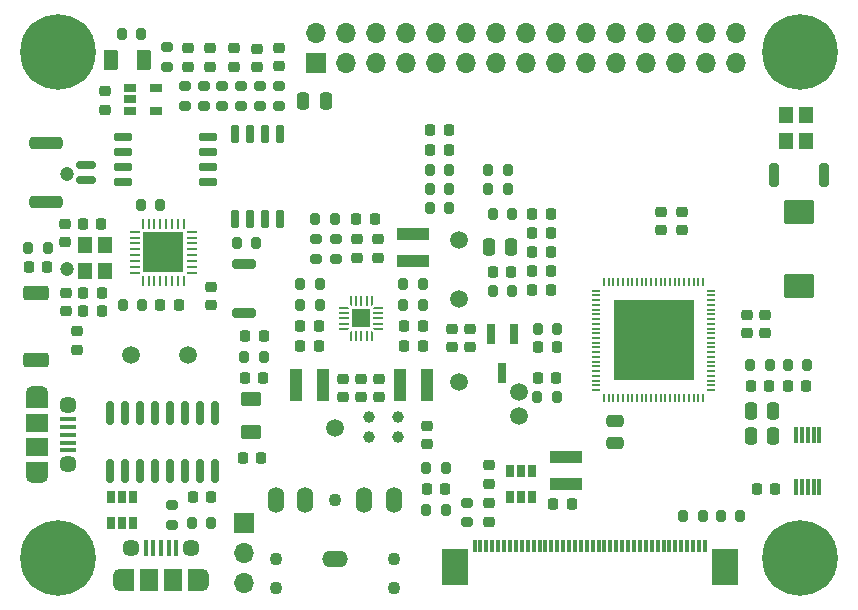
<source format=gbr>
%TF.GenerationSoftware,KiCad,Pcbnew,(5.99.0-8778-g8571687f51)*%
%TF.CreationDate,2021-02-03T12:08:05+08:00*%
%TF.ProjectId,lightboard-zero,6c696768-7462-46f6-9172-642d7a65726f,rev?*%
%TF.SameCoordinates,Original*%
%TF.FileFunction,Soldermask,Top*%
%TF.FilePolarity,Negative*%
%FSLAX46Y46*%
G04 Gerber Fmt 4.6, Leading zero omitted, Abs format (unit mm)*
G04 Created by KiCad (PCBNEW (5.99.0-8778-g8571687f51)) date 2021-02-03 12:08:05*
%MOMM*%
%LPD*%
G01*
G04 APERTURE LIST*
G04 Aperture macros list*
%AMRoundRect*
0 Rectangle with rounded corners*
0 $1 Rounding radius*
0 $2 $3 $4 $5 $6 $7 $8 $9 X,Y pos of 4 corners*
0 Add a 4 corners polygon primitive as box body*
4,1,4,$2,$3,$4,$5,$6,$7,$8,$9,$2,$3,0*
0 Add four circle primitives for the rounded corners*
1,1,$1+$1,$2,$3*
1,1,$1+$1,$4,$5*
1,1,$1+$1,$6,$7*
1,1,$1+$1,$8,$9*
0 Add four rect primitives between the rounded corners*
20,1,$1+$1,$2,$3,$4,$5,0*
20,1,$1+$1,$4,$5,$6,$7,0*
20,1,$1+$1,$6,$7,$8,$9,0*
20,1,$1+$1,$8,$9,$2,$3,0*%
%AMFreePoly0*
4,1,14,0.289644,0.110355,0.410355,-0.010356,0.425000,-0.045711,0.425000,-0.075000,0.410355,-0.110355,0.375000,-0.125000,-0.375000,-0.125000,-0.410355,-0.110355,-0.425000,-0.075000,-0.425000,0.075000,-0.410355,0.110355,-0.375000,0.125000,0.254289,0.125000,0.289644,0.110355,0.289644,0.110355,$1*%
%AMFreePoly1*
4,1,15,0.410355,0.110355,0.425000,0.075000,0.425000,0.045711,0.416421,0.025000,0.410355,0.010356,0.289644,-0.110355,0.254289,-0.125000,-0.375000,-0.125000,-0.410355,-0.110355,-0.425000,-0.075000,-0.425000,0.075000,-0.410355,0.110355,-0.375000,0.125000,0.375000,0.125000,0.410355,0.110355,0.410355,0.110355,$1*%
%AMFreePoly2*
4,1,14,0.110355,0.410355,0.125000,0.375000,0.125000,-0.375000,0.110355,-0.410355,0.075000,-0.425000,-0.075000,-0.425000,-0.110355,-0.410355,-0.125000,-0.375000,-0.125000,0.254289,-0.110355,0.289644,0.010356,0.410355,0.045711,0.425000,0.075000,0.425000,0.110355,0.410355,0.110355,0.410355,$1*%
%AMFreePoly3*
4,1,14,-0.010356,0.410355,0.110355,0.289644,0.125000,0.254289,0.125000,-0.375000,0.110355,-0.410355,0.075000,-0.425000,-0.075000,-0.425000,-0.110355,-0.410355,-0.125000,-0.375000,-0.125000,0.375000,-0.110355,0.410355,-0.075000,0.425000,-0.045711,0.425000,-0.010356,0.410355,-0.010356,0.410355,$1*%
%AMFreePoly4*
4,1,14,0.410355,0.110355,0.425000,0.075000,0.425000,-0.075000,0.410355,-0.110355,0.375000,-0.125000,-0.254289,-0.125000,-0.289644,-0.110355,-0.410355,0.010356,-0.425000,0.045711,-0.425000,0.075000,-0.410355,0.110355,-0.375000,0.125000,0.375000,0.125000,0.410355,0.110355,0.410355,0.110355,$1*%
%AMFreePoly5*
4,1,14,0.410355,0.110355,0.425000,0.075000,0.425000,-0.075000,0.410355,-0.110355,0.375000,-0.125000,-0.375000,-0.125000,-0.410355,-0.110355,-0.425000,-0.075000,-0.425000,-0.045711,-0.410355,-0.010356,-0.289644,0.110355,-0.254289,0.125000,0.375000,0.125000,0.410355,0.110355,0.410355,0.110355,$1*%
%AMFreePoly6*
4,1,14,0.110355,0.410355,0.125000,0.375000,0.125000,-0.254289,0.110355,-0.289644,-0.010356,-0.410355,-0.045711,-0.425000,-0.075000,-0.425000,-0.110355,-0.410355,-0.125000,-0.375000,-0.125000,0.375000,-0.110355,0.410355,-0.075000,0.425000,0.075000,0.425000,0.110355,0.410355,0.110355,0.410355,$1*%
%AMFreePoly7*
4,1,14,0.110355,0.410355,0.125000,0.375000,0.125000,-0.375000,0.110355,-0.410355,0.075000,-0.425000,0.045711,-0.425000,0.010356,-0.410355,-0.110355,-0.289644,-0.125000,-0.254289,-0.125000,0.375000,-0.110355,0.410355,-0.075000,0.425000,0.075000,0.425000,0.110355,0.410355,0.110355,0.410355,$1*%
G04 Aperture macros list end*
%ADD10R,0.300000X1.100000*%
%ADD11R,2.300000X3.100000*%
%ADD12C,0.800000*%
%ADD13C,6.400000*%
%ADD14RoundRect,0.200000X0.200000X0.275000X-0.200000X0.275000X-0.200000X-0.275000X0.200000X-0.275000X0*%
%ADD15RoundRect,0.200000X-0.275000X0.200000X-0.275000X-0.200000X0.275000X-0.200000X0.275000X0.200000X0*%
%ADD16RoundRect,0.225000X0.250000X-0.225000X0.250000X0.225000X-0.250000X0.225000X-0.250000X-0.225000X0*%
%ADD17RoundRect,0.225000X-0.250000X0.225000X-0.250000X-0.225000X0.250000X-0.225000X0.250000X0.225000X0*%
%ADD18RoundRect,0.218750X-0.256250X0.218750X-0.256250X-0.218750X0.256250X-0.218750X0.256250X0.218750X0*%
%ADD19RoundRect,0.225000X0.225000X0.250000X-0.225000X0.250000X-0.225000X-0.250000X0.225000X-0.250000X0*%
%ADD20RoundRect,0.225000X-0.225000X-0.250000X0.225000X-0.250000X0.225000X0.250000X-0.225000X0.250000X0*%
%ADD21RoundRect,0.218750X0.256250X-0.218750X0.256250X0.218750X-0.256250X0.218750X-0.256250X-0.218750X0*%
%ADD22C,1.500000*%
%ADD23RoundRect,0.250000X1.025000X-0.787500X1.025000X0.787500X-1.025000X0.787500X-1.025000X-0.787500X0*%
%ADD24RoundRect,0.250000X-0.250000X-0.475000X0.250000X-0.475000X0.250000X0.475000X-0.250000X0.475000X0*%
%ADD25R,0.400000X1.350000*%
%ADD26R,1.200000X1.900000*%
%ADD27O,1.200000X1.900000*%
%ADD28R,1.500000X1.900000*%
%ADD29C,1.450000*%
%ADD30RoundRect,0.200000X-0.200000X-0.275000X0.200000X-0.275000X0.200000X0.275000X-0.200000X0.275000X0*%
%ADD31RoundRect,0.249999X0.850001X-0.350001X0.850001X0.350001X-0.850001X0.350001X-0.850001X-0.350001X0*%
%ADD32R,0.650000X1.060000*%
%ADD33R,0.800000X1.800000*%
%ADD34RoundRect,0.200000X0.275000X-0.200000X0.275000X0.200000X-0.275000X0.200000X-0.275000X-0.200000X0*%
%ADD35RoundRect,0.150000X0.150000X-0.650000X0.150000X0.650000X-0.150000X0.650000X-0.150000X-0.650000X0*%
%ADD36R,2.750000X1.000000*%
%ADD37RoundRect,0.150000X-0.150000X0.825000X-0.150000X-0.825000X0.150000X-0.825000X0.150000X0.825000X0*%
%ADD38C,1.100023*%
%ADD39O,2.199996X1.399997*%
%ADD40O,1.399997X2.199996*%
%ADD41R,1.200000X1.400000*%
%ADD42RoundRect,0.200000X0.800000X-0.200000X0.800000X0.200000X-0.800000X0.200000X-0.800000X-0.200000X0*%
%ADD43R,1.700000X1.700000*%
%ADD44O,1.700000X1.700000*%
%ADD45C,0.999998*%
%ADD46RoundRect,0.200000X0.200000X0.800000X-0.200000X0.800000X-0.200000X-0.800000X0.200000X-0.800000X0*%
%ADD47R,1.060000X0.650000*%
%ADD48R,0.300000X1.400000*%
%ADD49RoundRect,0.218750X-0.218750X-0.256250X0.218750X-0.256250X0.218750X0.256250X-0.218750X0.256250X0*%
%ADD50R,1.000000X2.750000*%
%ADD51RoundRect,0.250000X0.375000X0.625000X-0.375000X0.625000X-0.375000X-0.625000X0.375000X-0.625000X0*%
%ADD52FreePoly0,0.000000*%
%ADD53RoundRect,0.062500X-0.362500X-0.062500X0.362500X-0.062500X0.362500X0.062500X-0.362500X0.062500X0*%
%ADD54FreePoly1,0.000000*%
%ADD55FreePoly2,0.000000*%
%ADD56RoundRect,0.062500X-0.062500X-0.362500X0.062500X-0.362500X0.062500X0.362500X-0.062500X0.362500X0*%
%ADD57FreePoly3,0.000000*%
%ADD58FreePoly4,0.000000*%
%ADD59FreePoly5,0.000000*%
%ADD60FreePoly6,0.000000*%
%ADD61FreePoly7,0.000000*%
%ADD62R,1.600000X1.600000*%
%ADD63O,0.200000X0.800000*%
%ADD64O,0.800000X0.200000*%
%ADD65R,6.840000X6.840000*%
%ADD66RoundRect,0.150000X0.650000X0.150000X-0.650000X0.150000X-0.650000X-0.150000X0.650000X-0.150000X0*%
%ADD67RoundRect,0.062500X0.062500X-0.375000X0.062500X0.375000X-0.062500X0.375000X-0.062500X-0.375000X0*%
%ADD68RoundRect,0.062500X0.375000X-0.062500X0.375000X0.062500X-0.375000X0.062500X-0.375000X-0.062500X0*%
%ADD69R,3.450000X3.450000*%
%ADD70RoundRect,0.250000X-0.625000X0.375000X-0.625000X-0.375000X0.625000X-0.375000X0.625000X0.375000X0*%
%ADD71RoundRect,0.150000X0.700000X-0.150000X0.700000X0.150000X-0.700000X0.150000X-0.700000X-0.150000X0*%
%ADD72RoundRect,0.250000X1.150000X-0.250000X1.150000X0.250000X-1.150000X0.250000X-1.150000X-0.250000X0*%
%ADD73R,1.350000X0.400000*%
%ADD74O,1.900000X1.200000*%
%ADD75R,1.900000X1.200000*%
%ADD76R,1.900000X1.500000*%
%ADD77RoundRect,0.250000X-0.475000X0.250000X-0.475000X-0.250000X0.475000X-0.250000X0.475000X0.250000X0*%
%ADD78C,1.200000*%
G04 APERTURE END LIST*
D10*
%TO.C,J4*%
X38850000Y-45450000D03*
X39350000Y-45450000D03*
X39850000Y-45450000D03*
X40350000Y-45450000D03*
X40850000Y-45450000D03*
X41350000Y-45450000D03*
X41850000Y-45450000D03*
X42350000Y-45450000D03*
X42850000Y-45450000D03*
X43350000Y-45450000D03*
X43850000Y-45450000D03*
X44350000Y-45450000D03*
X44850000Y-45450000D03*
X45350000Y-45450000D03*
X45850000Y-45450000D03*
X46350000Y-45450000D03*
X46850000Y-45450000D03*
X47350000Y-45450000D03*
X47850000Y-45450000D03*
X48350000Y-45450000D03*
X48850000Y-45450000D03*
X49350000Y-45450000D03*
X49850000Y-45450000D03*
X50350000Y-45450000D03*
X50850000Y-45450000D03*
X51350000Y-45450000D03*
X51850000Y-45450000D03*
X52350000Y-45450000D03*
X52850000Y-45450000D03*
X53350000Y-45450000D03*
X53850000Y-45450000D03*
X54350000Y-45450000D03*
X54850000Y-45450000D03*
X55350000Y-45450000D03*
X55850000Y-45450000D03*
X56350000Y-45450000D03*
X56850000Y-45450000D03*
X57350000Y-45450000D03*
X57850000Y-45450000D03*
X58350000Y-45450000D03*
D11*
X60020000Y-47150000D03*
X37180000Y-47150000D03*
%TD*%
D12*
%TO.C,H3*%
X5297056Y-1902944D03*
D13*
X3600000Y-3600000D03*
D12*
X1902944Y-5297056D03*
X1902944Y-1902944D03*
X3600000Y-1200000D03*
X3600000Y-6000000D03*
X5297056Y-5297056D03*
X6000000Y-3600000D03*
X1200000Y-3600000D03*
%TD*%
D14*
%TO.C,R36*%
X2725000Y-20200000D03*
X1075000Y-20200000D03*
%TD*%
D15*
%TO.C,R38*%
X13250000Y-41950000D03*
X13250000Y-43600000D03*
%TD*%
D16*
%TO.C,C2*%
X54600000Y-18650000D03*
X54600000Y-17100000D03*
%TD*%
D14*
%TO.C,R37*%
X16550000Y-43500000D03*
X14900000Y-43500000D03*
%TD*%
D16*
%TO.C,C45*%
X7600000Y-8475000D03*
X7600000Y-6925000D03*
%TD*%
D17*
%TO.C,C9*%
X38500000Y-27025000D03*
X38500000Y-28575000D03*
%TD*%
D18*
%TO.C,D6*%
X16450000Y-3275000D03*
X16450000Y-4850000D03*
%TD*%
D19*
%TO.C,C42*%
X7275000Y-25500000D03*
X5725000Y-25500000D03*
%TD*%
D20*
%TO.C,C40*%
X19225000Y-38000000D03*
X20775000Y-38000000D03*
%TD*%
D21*
%TO.C,D1*%
X40050000Y-40137500D03*
X40050000Y-38562500D03*
%TD*%
D22*
%TO.C,Y2*%
X14600000Y-29200000D03*
X9720000Y-29200000D03*
%TD*%
D23*
%TO.C,C29*%
X66300000Y-23400000D03*
X66300000Y-17175000D03*
%TD*%
D24*
%TO.C,C30*%
X62250000Y-33950000D03*
X64150000Y-33950000D03*
%TD*%
%TO.C,C31*%
X62250000Y-36100000D03*
X64150000Y-36100000D03*
%TD*%
%TO.C,C32*%
X40050000Y-20100000D03*
X41950000Y-20100000D03*
%TD*%
D25*
%TO.C,J1*%
X11000000Y-45600000D03*
X11650000Y-45600000D03*
X12300000Y-45600000D03*
X12950000Y-45600000D03*
X13600000Y-45600000D03*
D26*
X9400000Y-48300000D03*
D27*
X15800000Y-48300000D03*
D28*
X13300000Y-48300000D03*
D26*
X15200000Y-48300000D03*
D28*
X11300000Y-48300000D03*
D27*
X8800000Y-48300000D03*
D29*
X14800000Y-45600000D03*
X9800000Y-45600000D03*
%TD*%
D17*
%TO.C,C3*%
X30650000Y-19450000D03*
X30650000Y-21000000D03*
%TD*%
D16*
%TO.C,C14*%
X30800000Y-32825000D03*
X30800000Y-31275000D03*
%TD*%
%TO.C,C13*%
X29250000Y-32825000D03*
X29250000Y-31275000D03*
%TD*%
D20*
%TO.C,C34*%
X34825000Y-40600000D03*
X36375000Y-40600000D03*
%TD*%
D15*
%TO.C,R35*%
X12800000Y-3175000D03*
X12800000Y-4825000D03*
%TD*%
D30*
%TO.C,R34*%
X8975000Y-2100000D03*
X10625000Y-2100000D03*
%TD*%
D16*
%TO.C,C12*%
X27700000Y-32825000D03*
X27700000Y-31275000D03*
%TD*%
D15*
%TO.C,R20*%
X22300000Y-6500000D03*
X22300000Y-8150000D03*
%TD*%
D22*
%TO.C,TP1*%
X37500000Y-19500000D03*
%TD*%
D31*
%TO.C,AE1*%
X1750000Y-29700000D03*
X1750000Y-24000000D03*
%TD*%
D22*
%TO.C,TP2*%
X37500000Y-24500000D03*
%TD*%
D32*
%TO.C,U8*%
X8050000Y-43500000D03*
X9000000Y-43500000D03*
X9950000Y-43500000D03*
X9950000Y-41300000D03*
X9000000Y-41300000D03*
X8050000Y-41300000D03*
%TD*%
D14*
%TO.C,R27*%
X41650000Y-13600000D03*
X40000000Y-13600000D03*
%TD*%
D33*
%TO.C,U1*%
X42150000Y-27450000D03*
X40250000Y-27450000D03*
X41200000Y-30750000D03*
%TD*%
D17*
%TO.C,C8*%
X28900000Y-19450000D03*
X28900000Y-21000000D03*
%TD*%
D20*
%TO.C,C7*%
X24100000Y-26750000D03*
X25650000Y-26750000D03*
%TD*%
D34*
%TO.C,R22*%
X17500000Y-8150000D03*
X17500000Y-6500000D03*
%TD*%
D24*
%TO.C,C46*%
X24350000Y-7750000D03*
X26250000Y-7750000D03*
%TD*%
D32*
%TO.C,U6*%
X43750000Y-39050000D03*
X42800000Y-39050000D03*
X41850000Y-39050000D03*
X41850000Y-41250000D03*
X42800000Y-41250000D03*
X43750000Y-41250000D03*
%TD*%
D35*
%TO.C,U4*%
X18595000Y-17700000D03*
X19865000Y-17700000D03*
X21135000Y-17700000D03*
X22405000Y-17700000D03*
X22405000Y-10500000D03*
X21135000Y-10500000D03*
X19865000Y-10500000D03*
X18595000Y-10500000D03*
%TD*%
D14*
%TO.C,R31*%
X61350000Y-42900000D03*
X59700000Y-42900000D03*
%TD*%
D36*
%TO.C,L4*%
X46600000Y-37900000D03*
X46600000Y-40200000D03*
%TD*%
D14*
%TO.C,R32*%
X58150000Y-42900000D03*
X56500000Y-42900000D03*
%TD*%
D37*
%TO.C,U7*%
X16845000Y-34125000D03*
X15575000Y-34125000D03*
X14305000Y-34125000D03*
X13035000Y-34125000D03*
X11765000Y-34125000D03*
X10495000Y-34125000D03*
X9225000Y-34125000D03*
X7955000Y-34125000D03*
X7955000Y-39075000D03*
X9225000Y-39075000D03*
X10495000Y-39075000D03*
X11765000Y-39075000D03*
X13035000Y-39075000D03*
X14305000Y-39075000D03*
X15575000Y-39075000D03*
X16845000Y-39075000D03*
%TD*%
D19*
%TO.C,C25*%
X47075000Y-41850000D03*
X45525000Y-41850000D03*
%TD*%
D22*
%TO.C,TP3*%
X27000000Y-35400000D03*
%TD*%
D30*
%TO.C,R23*%
X35050000Y-16800000D03*
X36700000Y-16800000D03*
%TD*%
D22*
%TO.C,TP4*%
X37500000Y-31500000D03*
%TD*%
D38*
%TO.C,CN1*%
X31999990Y-48999863D03*
X22000010Y-48999863D03*
X22000010Y-46499995D03*
X31999990Y-46499995D03*
X27000000Y-41500005D03*
D39*
X27000000Y-46499995D03*
D40*
X22000010Y-41500005D03*
X24499878Y-41500005D03*
X29499868Y-41500005D03*
X31999990Y-41500005D03*
%TD*%
D16*
%TO.C,C43*%
X4200000Y-19675000D03*
X4200000Y-18125000D03*
%TD*%
D20*
%TO.C,C44*%
X5700000Y-18150000D03*
X7250000Y-18150000D03*
%TD*%
D41*
%TO.C,Y3*%
X7550000Y-22150000D03*
X7550000Y-19950000D03*
X5850000Y-19950000D03*
X5850000Y-22150000D03*
%TD*%
D42*
%TO.C,SW2*%
X19300000Y-25700000D03*
X19300000Y-21500000D03*
%TD*%
D43*
%TO.C,J5*%
X19300000Y-43450000D03*
D44*
X19300000Y-45990000D03*
X19300000Y-48530000D03*
%TD*%
D22*
%TO.C,TP15*%
X42600000Y-34400000D03*
%TD*%
%TO.C,TP16*%
X42600000Y-32400000D03*
%TD*%
D30*
%TO.C,R24*%
X35050000Y-15200000D03*
X36700000Y-15200000D03*
%TD*%
D16*
%TO.C,C39*%
X34850000Y-36800000D03*
X34850000Y-35250000D03*
%TD*%
D45*
%TO.C,MIC1*%
X32400000Y-36150022D03*
X29940010Y-36150022D03*
X29940010Y-34450000D03*
X32400000Y-34450000D03*
%TD*%
D46*
%TO.C,SW1*%
X68400000Y-14000000D03*
X64200000Y-14000000D03*
%TD*%
D20*
%TO.C,C15*%
X43750000Y-18950000D03*
X45300000Y-18950000D03*
%TD*%
D47*
%TO.C,U12*%
X9700000Y-6650000D03*
X9700000Y-7600000D03*
X9700000Y-8550000D03*
X11900000Y-8550000D03*
X11900000Y-6650000D03*
%TD*%
D19*
%TO.C,C4*%
X34450000Y-28500000D03*
X32900000Y-28500000D03*
%TD*%
%TO.C,C48*%
X64325000Y-40600000D03*
X62775000Y-40600000D03*
%TD*%
D48*
%TO.C,U13*%
X66050000Y-40450000D03*
X66550000Y-40450000D03*
X67050000Y-40450000D03*
X67550000Y-40450000D03*
X68050000Y-40450000D03*
X68050000Y-36050000D03*
X67550000Y-36050000D03*
X67050000Y-36050000D03*
X66550000Y-36050000D03*
X66050000Y-36050000D03*
%TD*%
D19*
%TO.C,C6*%
X34450000Y-26750000D03*
X32900000Y-26750000D03*
%TD*%
D49*
%TO.C,D2*%
X28825000Y-17700000D03*
X30400000Y-17700000D03*
%TD*%
D20*
%TO.C,C19*%
X43750000Y-22100000D03*
X45300000Y-22100000D03*
%TD*%
%TO.C,C16*%
X44250000Y-28600000D03*
X45800000Y-28600000D03*
%TD*%
D30*
%TO.C,R9*%
X44200000Y-27000000D03*
X45850000Y-27000000D03*
%TD*%
D43*
%TO.C,J3*%
X25440000Y-4540000D03*
D44*
X25440000Y-2000000D03*
X27980000Y-4540000D03*
X27980000Y-2000000D03*
X30520000Y-4540000D03*
X30520000Y-2000000D03*
X33060000Y-4540000D03*
X33060000Y-2000000D03*
X35600000Y-4540000D03*
X35600000Y-2000000D03*
X38140000Y-4540000D03*
X38140000Y-2000000D03*
X40680000Y-4540000D03*
X40680000Y-2000000D03*
X43220000Y-4540000D03*
X43220000Y-2000000D03*
X45760000Y-4540000D03*
X45760000Y-2000000D03*
X48300000Y-4540000D03*
X48300000Y-2000000D03*
X50840000Y-4540000D03*
X50840000Y-2000000D03*
X53380000Y-4540000D03*
X53380000Y-2000000D03*
X55920000Y-4540000D03*
X55920000Y-2000000D03*
X58460000Y-4540000D03*
X58460000Y-2000000D03*
X61000000Y-4540000D03*
X61000000Y-2000000D03*
%TD*%
D50*
%TO.C,L1*%
X34800000Y-31750000D03*
X32500000Y-31750000D03*
%TD*%
D14*
%TO.C,R28*%
X36425000Y-42400000D03*
X34775000Y-42400000D03*
%TD*%
%TO.C,R11*%
X42025000Y-17300000D03*
X40375000Y-17300000D03*
%TD*%
D30*
%TO.C,R12*%
X62175000Y-30100000D03*
X63825000Y-30100000D03*
%TD*%
%TO.C,R13*%
X65350000Y-30100000D03*
X67000000Y-30100000D03*
%TD*%
D51*
%TO.C,D9*%
X10900000Y-4250000D03*
X8100000Y-4250000D03*
%TD*%
D41*
%TO.C,Y1*%
X65250000Y-8900000D03*
X65250000Y-11100000D03*
X66950000Y-11100000D03*
X66950000Y-8900000D03*
%TD*%
D30*
%TO.C,R25*%
X35050000Y-13600000D03*
X36700000Y-13600000D03*
%TD*%
D14*
%TO.C,R26*%
X41650000Y-15200000D03*
X40000000Y-15200000D03*
%TD*%
D49*
%TO.C,L6*%
X12250000Y-25000000D03*
X13825000Y-25000000D03*
%TD*%
D12*
%TO.C,H1*%
X5297056Y-44702944D03*
X1902944Y-48097056D03*
X5297056Y-48097056D03*
X1200000Y-46400000D03*
D13*
X3600000Y-46400000D03*
D12*
X3600000Y-48800000D03*
X3600000Y-44000000D03*
X6000000Y-46400000D03*
X1902944Y-44702944D03*
%TD*%
D20*
%TO.C,C21*%
X43750000Y-23700000D03*
X45300000Y-23700000D03*
%TD*%
%TO.C,C18*%
X43750000Y-17300000D03*
X45300000Y-17300000D03*
%TD*%
D14*
%TO.C,R14*%
X20350000Y-19725000D03*
X18700000Y-19725000D03*
%TD*%
D34*
%TO.C,R15*%
X38200000Y-43400000D03*
X38200000Y-41750000D03*
%TD*%
D30*
%TO.C,R16*%
X19350000Y-29400000D03*
X21000000Y-29400000D03*
%TD*%
D19*
%TO.C,C49*%
X2675000Y-21750000D03*
X1125000Y-21750000D03*
%TD*%
D14*
%TO.C,R17*%
X27000000Y-17700000D03*
X25350000Y-17700000D03*
%TD*%
D21*
%TO.C,D8*%
X14600000Y-4825000D03*
X14600000Y-3250000D03*
%TD*%
D12*
%TO.C,H2*%
X64000000Y-46400000D03*
X66400000Y-48800000D03*
X68800000Y-46400000D03*
X64702944Y-44702944D03*
D13*
X66400000Y-46400000D03*
D12*
X68097056Y-44702944D03*
X66400000Y-44000000D03*
X68097056Y-48097056D03*
X64702944Y-48097056D03*
%TD*%
D30*
%TO.C,R33*%
X9075000Y-25000000D03*
X10725000Y-25000000D03*
%TD*%
D14*
%TO.C,R29*%
X36400000Y-38800000D03*
X34750000Y-38800000D03*
%TD*%
D34*
%TO.C,R18*%
X20700000Y-8150000D03*
X20700000Y-6500000D03*
%TD*%
D52*
%TO.C,U2*%
X27800000Y-25250000D03*
D53*
X27800000Y-25700000D03*
X27800000Y-26150000D03*
X27800000Y-26600000D03*
D54*
X27800000Y-27050000D03*
D55*
X28350000Y-27600000D03*
D56*
X28800000Y-27600000D03*
X29250000Y-27600000D03*
X29700000Y-27600000D03*
D57*
X30150000Y-27600000D03*
D58*
X30700000Y-27050000D03*
D53*
X30700000Y-26600000D03*
X30700000Y-26150000D03*
X30700000Y-25700000D03*
D59*
X30700000Y-25250000D03*
D60*
X30150000Y-24700000D03*
D56*
X29700000Y-24700000D03*
X29250000Y-24700000D03*
X28800000Y-24700000D03*
D61*
X28350000Y-24700000D03*
D62*
X29250000Y-26150000D03*
%TD*%
D63*
%TO.C,U5*%
X49800000Y-32900000D03*
X50200000Y-32900000D03*
X50600000Y-32900000D03*
X51000000Y-32900000D03*
X51400000Y-32900000D03*
X51800000Y-32900000D03*
X52200000Y-32900000D03*
X52600000Y-32900000D03*
X53000000Y-32900000D03*
X53400000Y-32900000D03*
X53800000Y-32900000D03*
X54200000Y-32900000D03*
X54600000Y-32900000D03*
X55000000Y-32900000D03*
X55400000Y-32900000D03*
X55800000Y-32900000D03*
X56200000Y-32900000D03*
X56600000Y-32900000D03*
X57000000Y-32900000D03*
X57400000Y-32900000D03*
X57800000Y-32900000D03*
X58200000Y-32900000D03*
D64*
X58900000Y-32200000D03*
X58900000Y-31800000D03*
X58900000Y-31400000D03*
X58900000Y-31000000D03*
X58900000Y-30600000D03*
X58900000Y-30200000D03*
X58900000Y-29800000D03*
X58900000Y-29400000D03*
X58900000Y-29000000D03*
X58900000Y-28600000D03*
X58900000Y-28200000D03*
X58900000Y-27800000D03*
X58900000Y-27400000D03*
X58900000Y-27000000D03*
X58900000Y-26600000D03*
X58900000Y-26200000D03*
X58900000Y-25800000D03*
X58900000Y-25400000D03*
X58900000Y-25000000D03*
X58900000Y-24600000D03*
X58900000Y-24200000D03*
X58900000Y-23800000D03*
D63*
X58200000Y-23100000D03*
X57800000Y-23100000D03*
X57400000Y-23100000D03*
X57000000Y-23100000D03*
X56600000Y-23100000D03*
X56200000Y-23100000D03*
X55800000Y-23100000D03*
X55400000Y-23100000D03*
X55000000Y-23100000D03*
X54600000Y-23100000D03*
X54200000Y-23100000D03*
X53800000Y-23100000D03*
X53400000Y-23100000D03*
X53000000Y-23100000D03*
X52600000Y-23100000D03*
X52200000Y-23100000D03*
X51800000Y-23100000D03*
X51400000Y-23100000D03*
X51000000Y-23100000D03*
X50600000Y-23100000D03*
X50200000Y-23100000D03*
X49800000Y-23100000D03*
D64*
X49100000Y-23800000D03*
X49100000Y-24200000D03*
X49100000Y-24600000D03*
X49100000Y-25000000D03*
X49100000Y-25400000D03*
X49100000Y-25800000D03*
X49100000Y-26200000D03*
X49100000Y-26600000D03*
X49100000Y-27000000D03*
X49100000Y-27400000D03*
X49100000Y-27800000D03*
X49100000Y-28200000D03*
X49100000Y-28600000D03*
X49100000Y-29000000D03*
X49100000Y-29400000D03*
X49100000Y-29800000D03*
X49100000Y-30200000D03*
X49100000Y-30600000D03*
X49100000Y-31000000D03*
X49100000Y-31400000D03*
X49100000Y-31800000D03*
X49100000Y-32200000D03*
D65*
X54000000Y-28000000D03*
%TD*%
D17*
%TO.C,C10*%
X36900000Y-27025000D03*
X36900000Y-28575000D03*
%TD*%
D16*
%TO.C,C50*%
X5150000Y-28775000D03*
X5150000Y-27225000D03*
%TD*%
D20*
%TO.C,C35*%
X35100000Y-10200000D03*
X36650000Y-10200000D03*
%TD*%
%TO.C,C36*%
X35100000Y-11900000D03*
X36650000Y-11900000D03*
%TD*%
D66*
%TO.C,U11*%
X16250000Y-14555000D03*
X16250000Y-13285000D03*
X16250000Y-12015000D03*
X16250000Y-10745000D03*
X9050000Y-10745000D03*
X9050000Y-12015000D03*
X9050000Y-13285000D03*
X9050000Y-14555000D03*
%TD*%
D67*
%TO.C,U10*%
X10750000Y-22987500D03*
X11250000Y-22987500D03*
X11750000Y-22987500D03*
X12250000Y-22987500D03*
X12750000Y-22987500D03*
X13250000Y-22987500D03*
X13750000Y-22987500D03*
X14250000Y-22987500D03*
D68*
X14937500Y-22300000D03*
X14937500Y-21800000D03*
X14937500Y-21300000D03*
X14937500Y-20800000D03*
X14937500Y-20300000D03*
X14937500Y-19800000D03*
X14937500Y-19300000D03*
X14937500Y-18800000D03*
D67*
X14250000Y-18112500D03*
X13750000Y-18112500D03*
X13250000Y-18112500D03*
X12750000Y-18112500D03*
X12250000Y-18112500D03*
X11750000Y-18112500D03*
X11250000Y-18112500D03*
X10750000Y-18112500D03*
D68*
X10062500Y-18800000D03*
X10062500Y-19300000D03*
X10062500Y-19800000D03*
X10062500Y-20300000D03*
X10062500Y-20800000D03*
X10062500Y-21300000D03*
X10062500Y-21800000D03*
X10062500Y-22300000D03*
D69*
X12500000Y-20550000D03*
%TD*%
D49*
%TO.C,L5*%
X5712500Y-24000000D03*
X7287500Y-24000000D03*
%TD*%
D18*
%TO.C,D5*%
X18450000Y-3275000D03*
X18450000Y-4850000D03*
%TD*%
D30*
%TO.C,R10*%
X44175000Y-32800000D03*
X45825000Y-32800000D03*
%TD*%
D14*
%TO.C,R3*%
X34475000Y-23250000D03*
X32825000Y-23250000D03*
%TD*%
D21*
%TO.C,D4*%
X22300000Y-4800000D03*
X22300000Y-3225000D03*
%TD*%
D70*
%TO.C,D7*%
X19900000Y-33000000D03*
X19900000Y-35800000D03*
%TD*%
D30*
%TO.C,R4*%
X24100000Y-23250000D03*
X25750000Y-23250000D03*
%TD*%
D15*
%TO.C,R5*%
X25400000Y-19425000D03*
X25400000Y-21075000D03*
%TD*%
D14*
%TO.C,R6*%
X34480000Y-25000000D03*
X32830000Y-25000000D03*
%TD*%
D30*
%TO.C,R7*%
X24100000Y-25000000D03*
X25750000Y-25000000D03*
%TD*%
D20*
%TO.C,C47*%
X14975000Y-41250000D03*
X16525000Y-41250000D03*
%TD*%
D15*
%TO.C,R2*%
X14300000Y-6500000D03*
X14300000Y-8150000D03*
%TD*%
%TO.C,R8*%
X27150000Y-19425000D03*
X27150000Y-21075000D03*
%TD*%
D34*
%TO.C,R21*%
X19100000Y-8150000D03*
X19100000Y-6500000D03*
%TD*%
D19*
%TO.C,C1*%
X41975000Y-22200000D03*
X40425000Y-22200000D03*
%TD*%
D16*
%TO.C,C24*%
X56400000Y-18650000D03*
X56400000Y-17100000D03*
%TD*%
D71*
%TO.C,J6*%
X5950000Y-14425000D03*
X5950000Y-13175000D03*
D72*
X2600000Y-16275000D03*
X2600000Y-11325000D03*
%TD*%
D34*
%TO.C,R1*%
X15900000Y-8150000D03*
X15900000Y-6500000D03*
%TD*%
D16*
%TO.C,C26*%
X40050000Y-43350000D03*
X40050000Y-41800000D03*
%TD*%
D20*
%TO.C,C27*%
X19425000Y-31200000D03*
X20975000Y-31200000D03*
%TD*%
%TO.C,C28*%
X19450000Y-27600000D03*
X21000000Y-27600000D03*
%TD*%
%TO.C,C20*%
X43750000Y-20500000D03*
X45300000Y-20500000D03*
%TD*%
%TO.C,C17*%
X44225000Y-31150000D03*
X45775000Y-31150000D03*
%TD*%
D50*
%TO.C,L2*%
X23750000Y-31750000D03*
X26050000Y-31750000D03*
%TD*%
D16*
%TO.C,C37*%
X63475000Y-27400000D03*
X63475000Y-25850000D03*
%TD*%
D73*
%TO.C,J2*%
X4462500Y-34700000D03*
X4462500Y-35350000D03*
X4462500Y-36000000D03*
X4462500Y-36650000D03*
X4462500Y-37300000D03*
D74*
X1762500Y-32500000D03*
D29*
X4462500Y-33500000D03*
D75*
X1762500Y-33100000D03*
D29*
X4462500Y-38500000D03*
D74*
X1762500Y-39500000D03*
D75*
X1762500Y-38900000D03*
D76*
X1762500Y-37000000D03*
X1762500Y-35000000D03*
%TD*%
D17*
%TO.C,C51*%
X16500000Y-23475000D03*
X16500000Y-25025000D03*
%TD*%
D20*
%TO.C,C5*%
X24100000Y-28500000D03*
X25650000Y-28500000D03*
%TD*%
D30*
%TO.C,R30*%
X10600000Y-16500000D03*
X12250000Y-16500000D03*
%TD*%
D17*
%TO.C,C41*%
X4250000Y-24000000D03*
X4250000Y-25550000D03*
%TD*%
D36*
%TO.C,L3*%
X33650000Y-19000000D03*
X33650000Y-21300000D03*
%TD*%
D18*
%TO.C,D3*%
X20400000Y-3300000D03*
X20400000Y-4875000D03*
%TD*%
D16*
%TO.C,C38*%
X61900000Y-27400000D03*
X61900000Y-25850000D03*
%TD*%
D30*
%TO.C,R19*%
X40375000Y-23800000D03*
X42025000Y-23800000D03*
%TD*%
D12*
%TO.C,H4*%
X66400000Y-1200000D03*
X68097056Y-1902944D03*
X64000000Y-3600000D03*
X68800000Y-3600000D03*
X66400000Y-6000000D03*
X64702944Y-5297056D03*
D13*
X66400000Y-3600000D03*
D12*
X68097056Y-5297056D03*
X64702944Y-1902944D03*
%TD*%
D20*
%TO.C,C22*%
X62225000Y-31900000D03*
X63775000Y-31900000D03*
%TD*%
%TO.C,C23*%
X65400000Y-31900000D03*
X66950000Y-31900000D03*
%TD*%
D77*
%TO.C,C33*%
X50700000Y-34800000D03*
X50700000Y-36700000D03*
%TD*%
D78*
%TO.C,U3*%
X4300000Y-21950000D03*
X4300000Y-13950000D03*
%TD*%
M02*

</source>
